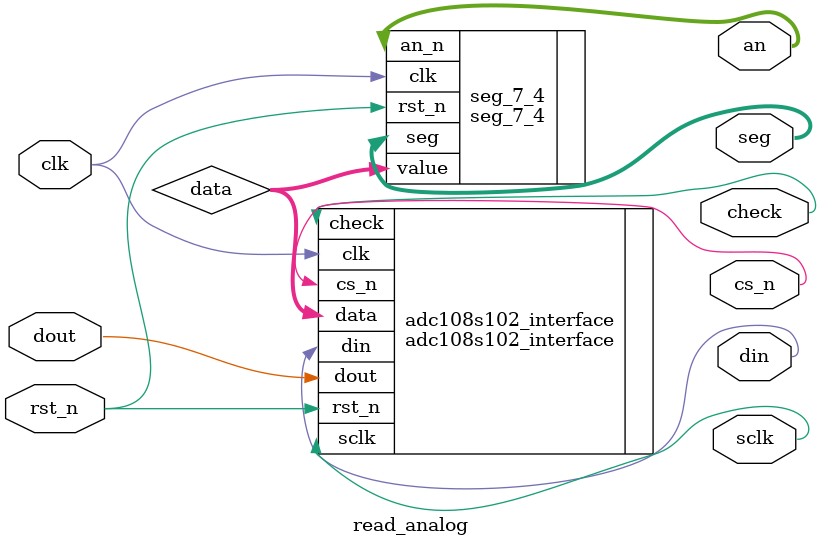
<source format=v>
/*
* @Author: 					Thien Nguyen Duc
* @Date:   					2019-08-08 21:42:00
* @Projectname:				ADC108S102
* @Filename:   				read_analog.v
* @Filepath:				C:\Users\thien\OneDrive\Desktop\ADC108S102\code\read_analog.v
* @Last Modified by:   		Thien Nguyen Duc
* @Last Modified time: 		2019-08-10 14:53:03
*/
module read_analog (
	input clk,
	input rst_n,
	input dout,
	output cs_n,
	output sclk,
	output din,
	output check,
	output [3:0] an,
	output [6:0] seg
	);
	wire [9:0] data;
adc108s102_interface adc108s102_interface (
	.clk(clk),
	.rst_n(rst_n),
	.dout(dout),
	.din(din),
	.cs_n(cs_n),
	.sclk(sclk),
	.data(data),
	.check(check)
	);
seg_7_4 seg_7_4 (
	.clk(clk),
	.rst_n(rst_n),
	.value(data),
	.an_n(an),
	.seg(seg)
	);
endmodule

</source>
